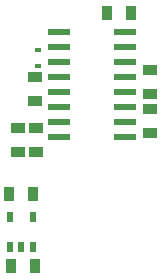
<source format=gbp>
G04*
G04  File:            OPENGEIGER1.0.GBP, Mon Apr 22 08:53:58 2019*
G04  Source:          P-CAD 2004 PCB, Version 18.03.448, (C:\Users\Kent\Documents\customers\Medcom\OpenSource\OpenGeiger\OpenGeiger1.0.PCB)*
G04  Format:          Gerber Format (RS-274-D), ASCII*
G04*
G04  Format Options:  Absolute Positioning*
G04                   Leading-Zero Suppression*
G04                   Scale Factor 1:1*
G04                   NO Circular Interpolation*
G04                   Inch Units*
G04                   Numeric Format: 4.4 (XXXX.XXXX)*
G04                   G54 NOT Used for Aperture Change*
G04                   Apertures Embedded*
G04*
G04  File Options:    Offset = (0.0mil,0.0mil)*
G04                   Drill Symbol Size = 80.0mil*
G04                   No Pad/Via Holes*
G04*
G04  File Contents:   Pads*
G04                   No Vias*
G04                   No Designators*
G04                   No Types*
G04                   No Values*
G04                   No Drill Symbols*
G04                   Bot Paste*
G04*
%INOPENGEIGER1.0.GBP*%
%ICAS*%
%MOIN*%
G04*
G04  Aperture MACROs for general use --- invoked via D-code assignment *
G04*
G04  General MACRO for flashed round with rotation and/or offset hole *
%AMROTOFFROUND*
1,1,$1,0.0000,0.0000*
1,0,$2,$3,$4*%
G04*
G04  General MACRO for flashed oval (obround) with rotation and/or offset hole *
%AMROTOFFOVAL*
21,1,$1,$2,0.0000,0.0000,$3*
1,1,$4,$5,$6*
1,1,$4,0-$5,0-$6*
1,0,$7,$8,$9*%
G04*
G04  General MACRO for flashed oval (obround) with rotation and no hole *
%AMROTOVALNOHOLE*
21,1,$1,$2,0.0000,0.0000,$3*
1,1,$4,$5,$6*
1,1,$4,0-$5,0-$6*%
G04*
G04  General MACRO for flashed rectangle with rotation and/or offset hole *
%AMROTOFFRECT*
21,1,$1,$2,0.0000,0.0000,$3*
1,0,$4,$5,$6*%
G04*
G04  General MACRO for flashed rectangle with rotation and no hole *
%AMROTRECTNOHOLE*
21,1,$1,$2,0.0000,0.0000,$3*%
G04*
G04  General MACRO for flashed rounded-rectangle *
%AMROUNDRECT*
21,1,$1,$2-$4,0.0000,0.0000,$3*
21,1,$1-$4,$2,0.0000,0.0000,$3*
1,1,$4,$5,$6*
1,1,$4,$7,$8*
1,1,$4,0-$5,0-$6*
1,1,$4,0-$7,0-$8*
1,0,$9,$10,$11*%
G04*
G04  General MACRO for flashed rounded-rectangle with rotation and no hole *
%AMROUNDRECTNOHOLE*
21,1,$1,$2-$4,0.0000,0.0000,$3*
21,1,$1-$4,$2,0.0000,0.0000,$3*
1,1,$4,$5,$6*
1,1,$4,$7,$8*
1,1,$4,0-$5,0-$6*
1,1,$4,0-$7,0-$8*%
G04*
G04  General MACRO for flashed regular polygon *
%AMREGPOLY*
5,1,$1,0.0000,0.0000,$2,$3+$4*
1,0,$5,$6,$7*%
G04*
G04  General MACRO for flashed regular polygon with no hole *
%AMREGPOLYNOHOLE*
5,1,$1,0.0000,0.0000,$2,$3+$4*%
G04*
G04  General MACRO for target *
%AMTARGET*
6,0,0,$1,$2,$3,4,$4,$5,$6*%
G04*
G04  General MACRO for mounting hole *
%AMMTHOLE*
1,1,$1,0,0*
1,0,$2,0,0*
$1=$1-$2*
$1=$1/2*
21,1,$2+$1,$3,0,0,$4*
21,1,$3,$2+$1,0,0,$4*%
G04*
G04*
G04  D10 : "Ellipse X8.0mil Y8.0mil H0.0mil 0.0deg (0.0mil,0.0mil) Draw"*
G04  Disc: OuterDia=0.0080*
%ADD10C, 0.0080*%
G04  D11 : "Ellipse X10.0mil Y10.0mil H0.0mil 0.0deg (0.0mil,0.0mil) Draw"*
G04  Disc: OuterDia=0.0100*
%ADD11C, 0.0100*%
G04  D12 : "Ellipse X12.0mil Y12.0mil H0.0mil 0.0deg (0.0mil,0.0mil) Draw"*
G04  Disc: OuterDia=0.0120*
%ADD12C, 0.0120*%
G04  D13 : "Ellipse X15.0mil Y15.0mil H0.0mil 0.0deg (0.0mil,0.0mil) Draw"*
G04  Disc: OuterDia=0.0150*
%ADD13C, 0.0150*%
G04  D14 : "Ellipse X16.0mil Y16.0mil H0.0mil 0.0deg (0.0mil,0.0mil) Draw"*
G04  Disc: OuterDia=0.0160*
%ADD14C, 0.0160*%
G04  D15 : "Ellipse X2.0mil Y2.0mil H0.0mil 0.0deg (0.0mil,0.0mil) Draw"*
G04  Disc: OuterDia=0.0020*
%ADD15C, 0.0020*%
G04  D16 : "Ellipse X2.0mil Y2.0mil H0.0mil 0.0deg (0.0mil,0.0mil) Draw"*
G04  Disc: OuterDia=0.0020*
%ADD16C, 0.0020*%
G04  D17 : "Ellipse X20.0mil Y20.0mil H0.0mil 0.0deg (0.0mil,0.0mil) Draw"*
G04  Disc: OuterDia=0.0200*
%ADD17C, 0.0200*%
G04  D18 : "Ellipse X25.0mil Y25.0mil H0.0mil 0.0deg (0.0mil,0.0mil) Draw"*
G04  Disc: OuterDia=0.0250*
%ADD18C, 0.0250*%
G04  D19 : "Ellipse X3.9mil Y3.9mil H0.0mil 0.0deg (0.0mil,0.0mil) Draw"*
G04  Disc: OuterDia=0.0039*
%ADD19C, 0.0039*%
G04  D20 : "Ellipse X4.0mil Y4.0mil H0.0mil 0.0deg (0.0mil,0.0mil) Draw"*
G04  Disc: OuterDia=0.0040*
%ADD20C, 0.0040*%
G04  D21 : "Ellipse X5.0mil Y5.0mil H0.0mil 0.0deg (0.0mil,0.0mil) Draw"*
G04  Disc: OuterDia=0.0050*
%ADD21C, 0.0050*%
G04  D22 : "Ellipse X50.0mil Y50.0mil H0.0mil 0.0deg (0.0mil,0.0mil) Draw"*
G04  Disc: OuterDia=0.0500*
%ADD22C, 0.0500*%
G04  D23 : "Ellipse X6.0mil Y6.0mil H0.0mil 0.0deg (0.0mil,0.0mil) Draw"*
G04  Disc: OuterDia=0.0060*
%ADD23C, 0.0060*%
G04  D24 : "Ellipse X6.0mil Y6.0mil H0.0mil 0.0deg (0.0mil,0.0mil) Draw"*
G04  Disc: OuterDia=0.0060*
%ADD24C, 0.0060*%
G04  D25 : "Ellipse X7.0mil Y7.0mil H0.0mil 0.0deg (0.0mil,0.0mil) Draw"*
G04  Disc: OuterDia=0.0070*
%ADD25C, 0.0070*%
G04  D26 : "Ellipse X204.0mil Y204.0mil H0.0mil 0.0deg (0.0mil,0.0mil) Flash"*
G04  Disc: OuterDia=0.2040*
%ADD26C, 0.2040*%
G04  D27 : "Ellipse X40.0mil Y40.0mil H0.0mil 0.0deg (0.0mil,0.0mil) Flash"*
G04  Disc: OuterDia=0.0400*
%ADD27C, 0.0400*%
G04  D28 : "Ellipse X44.0mil Y44.0mil H0.0mil 0.0deg (0.0mil,0.0mil) Flash"*
G04  Disc: OuterDia=0.0440*
%ADD28C, 0.0440*%
G04  D29 : "Ellipse X60.0mil Y60.0mil H0.0mil 0.0deg (0.0mil,0.0mil) Flash"*
G04  Disc: OuterDia=0.0600*
%ADD29C, 0.0600*%
G04  D30 : "Ellipse X64.0mil Y64.0mil H0.0mil 0.0deg (0.0mil,0.0mil) Flash"*
G04  Disc: OuterDia=0.0640*
%ADD30C, 0.0640*%
G04  D31 : "Ellipse X70.0mil Y70.0mil H0.0mil 0.0deg (0.0mil,0.0mil) Flash"*
G04  Disc: OuterDia=0.0700*
%ADD31C, 0.0700*%
G04  D32 : "Ellipse X74.0mil Y74.0mil H0.0mil 0.0deg (0.0mil,0.0mil) Flash"*
G04  Disc: OuterDia=0.0740*
%ADD32C, 0.0740*%
G04  D33 : "Ellipse X80.0mil Y80.0mil H0.0mil 0.0deg (0.0mil,0.0mil) Flash"*
G04  Disc: OuterDia=0.0800*
%ADD33C, 0.0800*%
G04  D34 : "Ellipse X84.0mil Y84.0mil H0.0mil 0.0deg (0.0mil,0.0mil) Flash"*
G04  Disc: OuterDia=0.0840*
%ADD34C, 0.0840*%
G04  D35 : "Mounting Hole X200.0mil Y200.0mil H0.0mil 0.0deg (0.0mil,0.0mil) Flash"*
G04  Mounting Hole: Diameter=0.2000, Rotation=0.0, LineWidth=0.0050 *
%ADD35MTHOLE, 0.2000 X0.1800 X0.0050 X0.0*%
G04  D36 : "Oval X75.0mil Y45.0mil H0.0mil 0.0deg (0.0mil,0.0mil) Flash"*
G04  Obround: DimX=0.0750, DimY=0.0450, Rotation=0.0, OffsetX=0.0000, OffsetY=0.0000, HoleDia=0.0000 *
%ADD36O, 0.0750 X0.0450*%
G04  D37 : "Oval X30.0mil Y56.0mil H0.0mil 0.0deg (0.0mil,0.0mil) Flash"*
G04  Obround: DimX=0.0300, DimY=0.0560, Rotation=0.0, OffsetX=0.0000, OffsetY=0.0000, HoleDia=0.0000 *
%ADD37O, 0.0300 X0.0560*%
G04  D38 : "Oval X30.0mil Y86.0mil H0.0mil 0.0deg (0.0mil,0.0mil) Flash"*
G04  Obround: DimX=0.0300, DimY=0.0860, Rotation=0.0, OffsetX=0.0000, OffsetY=0.0000, HoleDia=0.0000 *
%ADD38O, 0.0300 X0.0860*%
G04  D39 : "Rounded Rectangle X82.0mil Y106.0mil H0.0mil 0.0deg (0.0mil,0.0mil) Flash"*
G04  RoundRct: DimX=0.0820, DimY=0.1060, CornerRad=0.0205, Rotation=0.0, OffsetX=0.0000, OffsetY=0.0000, HoleDia=0.0000 *
%ADD39ROUNDRECTNOHOLE, 0.0820 X0.1060 X0.0 X0.0410 X-0.0205 X-0.0325 X-0.0205 X0.0325*%
G04  D40 : "Rounded Rectangle X86.0mil Y110.0mil H0.0mil 0.0deg (0.0mil,0.0mil) Flash"*
G04  RoundRct: DimX=0.0860, DimY=0.1100, CornerRad=0.0215, Rotation=0.0, OffsetX=0.0000, OffsetY=0.0000, HoleDia=0.0000 *
%ADD40ROUNDRECTNOHOLE, 0.0860 X0.1100 X0.0 X0.0430 X-0.0215 X-0.0335 X-0.0215 X0.0335*%
G04  D41 : "Rounded Rectangle X90.0mil Y114.0mil H0.0mil 0.0deg (0.0mil,0.0mil) Flash"*
G04  RoundRct: DimX=0.0900, DimY=0.1140, CornerRad=0.0225, Rotation=0.0, OffsetX=0.0000, OffsetY=0.0000, HoleDia=0.0000 *
%ADD41ROUNDRECTNOHOLE, 0.0900 X0.1140 X0.0 X0.0450 X-0.0225 X-0.0345 X-0.0225 X0.0345*%
G04  D42 : "Rounded Rectangle X35.8mil Y35.8mil H0.0mil 0.0deg (0.0mil,0.0mil) Flash"*
G04  RoundRct: DimX=0.0358, DimY=0.0358, CornerRad=0.0089, Rotation=0.0, OffsetX=0.0000, OffsetY=0.0000, HoleDia=0.0000 *
%ADD42ROUNDRECTNOHOLE, 0.0358 X0.0358 X0.0 X0.0179 X-0.0089 X-0.0089 X-0.0089 X0.0089*%
G04  D43 : "Rounded Rectangle X39.8mil Y39.8mil H0.0mil 0.0deg (0.0mil,0.0mil) Flash"*
G04  RoundRct: DimX=0.0398, DimY=0.0398, CornerRad=0.0099, Rotation=0.0, OffsetX=0.0000, OffsetY=0.0000, HoleDia=0.0000 *
%ADD43ROUNDRECTNOHOLE, 0.0398 X0.0398 X0.0 X0.0199 X-0.0099 X-0.0099 X-0.0099 X0.0099*%
G04  D44 : "Rounded Rectangle X43.8mil Y43.8mil H0.0mil 0.0deg (0.0mil,0.0mil) Flash"*
G04  RoundRct: DimX=0.0438, DimY=0.0438, CornerRad=0.0109, Rotation=0.0, OffsetX=0.0000, OffsetY=0.0000, HoleDia=0.0000 *
%ADD44ROUNDRECTNOHOLE, 0.0438 X0.0438 X0.0 X0.0219 X-0.0109 X-0.0109 X-0.0109 X0.0109*%
G04  D45 : "Rounded Rectangle X56.0mil Y36.0mil H0.0mil 0.0deg (0.0mil,0.0mil) Flash"*
G04  RoundRct: DimX=0.0560, DimY=0.0360, CornerRad=0.0090, Rotation=0.0, OffsetX=0.0000, OffsetY=0.0000, HoleDia=0.0000 *
%ADD45ROUNDRECTNOHOLE, 0.0560 X0.0360 X0.0 X0.0180 X-0.0190 X-0.0090 X-0.0190 X0.0090*%
G04  D46 : "Rounded Rectangle X56.0mil Y44.0mil H0.0mil 0.0deg (0.0mil,0.0mil) Flash"*
G04  RoundRct: DimX=0.0560, DimY=0.0440, CornerRad=0.0110, Rotation=0.0, OffsetX=0.0000, OffsetY=0.0000, HoleDia=0.0000 *
%ADD46ROUNDRECTNOHOLE, 0.0560 X0.0440 X0.0 X0.0220 X-0.0170 X-0.0110 X-0.0170 X0.0110*%
G04  D47 : "Rounded Rectangle X60.0mil Y40.0mil H0.0mil 0.0deg (0.0mil,0.0mil) Flash"*
G04  RoundRct: DimX=0.0600, DimY=0.0400, CornerRad=0.0100, Rotation=0.0, OffsetX=0.0000, OffsetY=0.0000, HoleDia=0.0000 *
%ADD47ROUNDRECTNOHOLE, 0.0600 X0.0400 X0.0 X0.0200 X-0.0200 X-0.0100 X-0.0200 X0.0100*%
G04  D48 : "Rounded Rectangle X40.0mil Y60.0mil H0.0mil 0.0deg (0.0mil,0.0mil) Flash"*
G04  RoundRct: DimX=0.0400, DimY=0.0600, CornerRad=0.0100, Rotation=0.0, OffsetX=0.0000, OffsetY=0.0000, HoleDia=0.0000 *
%ADD48ROUNDRECTNOHOLE, 0.0400 X0.0600 X0.0 X0.0200 X-0.0100 X-0.0200 X-0.0100 X0.0200*%
G04  D49 : "Rounded Rectangle X60.0mil Y48.0mil H0.0mil 0.0deg (0.0mil,0.0mil) Flash"*
G04  RoundRct: DimX=0.0600, DimY=0.0480, CornerRad=0.0120, Rotation=0.0, OffsetX=0.0000, OffsetY=0.0000, HoleDia=0.0000 *
%ADD49ROUNDRECTNOHOLE, 0.0600 X0.0480 X0.0 X0.0240 X-0.0180 X-0.0120 X-0.0180 X0.0120*%
G04  D50 : "Rounded Rectangle X64.0mil Y44.0mil H0.0mil 0.0deg (0.0mil,0.0mil) Flash"*
G04  RoundRct: DimX=0.0640, DimY=0.0440, CornerRad=0.0110, Rotation=0.0, OffsetX=0.0000, OffsetY=0.0000, HoleDia=0.0000 *
%ADD50ROUNDRECTNOHOLE, 0.0640 X0.0440 X0.0 X0.0220 X-0.0210 X-0.0110 X-0.0210 X0.0110*%
G04  D51 : "Rounded Rectangle X44.0mil Y64.0mil H0.0mil 0.0deg (0.0mil,0.0mil) Flash"*
G04  RoundRct: DimX=0.0440, DimY=0.0640, CornerRad=0.0110, Rotation=0.0, OffsetX=0.0000, OffsetY=0.0000, HoleDia=0.0000 *
%ADD51ROUNDRECTNOHOLE, 0.0440 X0.0640 X0.0 X0.0220 X-0.0110 X-0.0210 X-0.0110 X0.0210*%
G04  D52 : "Rounded Rectangle X64.0mil Y52.0mil H0.0mil 0.0deg (0.0mil,0.0mil) Flash"*
G04  RoundRct: DimX=0.0640, DimY=0.0520, CornerRad=0.0130, Rotation=0.0, OffsetX=0.0000, OffsetY=0.0000, HoleDia=0.0000 *
%ADD52ROUNDRECTNOHOLE, 0.0640 X0.0520 X0.0 X0.0260 X-0.0190 X-0.0130 X-0.0190 X0.0130*%
G04  D53 : "Rectangle X82.0mil Y106.0mil H0.0mil 0.0deg (0.0mil,0.0mil) Flash"*
G04  Rectangular: DimX=0.0820, DimY=0.1060, Rotation=0.0, OffsetX=0.0000, OffsetY=0.0000, HoleDia=0.0000 *
%ADD53R, 0.0820 X0.1060*%
G04  D54 : "Rectangle X86.0mil Y110.0mil H0.0mil 0.0deg (0.0mil,0.0mil) Flash"*
G04  Rectangular: DimX=0.0860, DimY=0.1100, Rotation=0.0, OffsetX=0.0000, OffsetY=0.0000, HoleDia=0.0000 *
%ADD54R, 0.0860 X0.1100*%
G04  D55 : "Rectangle X90.0mil Y114.0mil H0.0mil 0.0deg (0.0mil,0.0mil) Flash"*
G04  Rectangular: DimX=0.0900, DimY=0.1140, Rotation=0.0, OffsetX=0.0000, OffsetY=0.0000, HoleDia=0.0000 *
%ADD55R, 0.0900 X0.1140*%
G04  D56 : "Rectangle X15.7mil Y19.6mil H0.0mil 0.0deg (0.0mil,0.0mil) Flash"*
G04  Rectangular: DimX=0.0157, DimY=0.0196, Rotation=0.0, OffsetX=0.0000, OffsetY=0.0000, HoleDia=0.0000 *
%ADD56R, 0.0157 X0.0196*%
G04  D57 : "Rectangle X19.6mil Y15.7mil H0.0mil 0.0deg (0.0mil,0.0mil) Flash"*
G04  Rectangular: DimX=0.0196, DimY=0.0157, Rotation=0.0, OffsetX=0.0000, OffsetY=0.0000, HoleDia=0.0000 *
%ADD57R, 0.0196 X0.0157*%
G04  D58 : "Rectangle X19.7mil Y23.6mil H0.0mil 0.0deg (0.0mil,0.0mil) Flash"*
G04  Rectangular: DimX=0.0197, DimY=0.0236, Rotation=0.0, OffsetX=0.0000, OffsetY=0.0000, HoleDia=0.0000 *
%ADD58R, 0.0197 X0.0236*%
G04  D59 : "Rectangle X23.6mil Y19.7mil H0.0mil 0.0deg (0.0mil,0.0mil) Flash"*
G04  Rectangular: DimX=0.0236, DimY=0.0197, Rotation=0.0, OffsetX=0.0000, OffsetY=0.0000, HoleDia=0.0000 *
%ADD59R, 0.0236 X0.0197*%
G04  D60 : "Rectangle X23.7mil Y27.6mil H0.0mil 0.0deg (0.0mil,0.0mil) Flash"*
G04  Rectangular: DimX=0.0237, DimY=0.0276, Rotation=0.0, OffsetX=0.0000, OffsetY=0.0000, HoleDia=0.0000 *
%ADD60R, 0.0237 X0.0276*%
G04  D61 : "Rectangle X27.6mil Y23.7mil H0.0mil 0.0deg (0.0mil,0.0mil) Flash"*
G04  Rectangular: DimX=0.0276, DimY=0.0237, Rotation=0.0, OffsetX=0.0000, OffsetY=0.0000, HoleDia=0.0000 *
%ADD61R, 0.0276 X0.0237*%
G04  D62 : "Rectangle X28.0mil Y36.0mil H0.0mil 0.0deg (0.0mil,0.0mil) Flash"*
G04  Rectangular: DimX=0.0280, DimY=0.0360, Rotation=0.0, OffsetX=0.0000, OffsetY=0.0000, HoleDia=0.0000 *
%ADD62R, 0.0280 X0.0360*%
G04  D63 : "Rectangle X36.0mil Y28.0mil H0.0mil 0.0deg (0.0mil,0.0mil) Flash"*
G04  Rectangular: DimX=0.0360, DimY=0.0280, Rotation=0.0, OffsetX=0.0000, OffsetY=0.0000, HoleDia=0.0000 *
%ADD63R, 0.0360 X0.0280*%
G04  D64 : "Rectangle X24.0mil Y32.0mil H0.0mil 0.0deg (0.0mil,0.0mil) Flash"*
G04  Rectangular: DimX=0.0240, DimY=0.0320, Rotation=0.0, OffsetX=0.0000, OffsetY=0.0000, HoleDia=0.0000 *
%ADD64R, 0.0240 X0.0320*%
G04  D65 : "Rectangle X32.0mil Y40.0mil H0.0mil 0.0deg (0.0mil,0.0mil) Flash"*
G04  Rectangular: DimX=0.0320, DimY=0.0400, Rotation=0.0, OffsetX=0.0000, OffsetY=0.0000, HoleDia=0.0000 *
%ADD65R, 0.0320 X0.0400*%
G04  D66 : "Rectangle X40.0mil Y32.0mil H0.0mil 0.0deg (0.0mil,0.0mil) Flash"*
G04  Rectangular: DimX=0.0400, DimY=0.0320, Rotation=0.0, OffsetX=0.0000, OffsetY=0.0000, HoleDia=0.0000 *
%ADD66R, 0.0400 X0.0320*%
G04  D67 : "Rectangle X36.0mil Y44.0mil H0.0mil 0.0deg (0.0mil,0.0mil) Flash"*
G04  Rectangular: DimX=0.0360, DimY=0.0440, Rotation=0.0, OffsetX=0.0000, OffsetY=0.0000, HoleDia=0.0000 *
%ADD67R, 0.0360 X0.0440*%
G04  D68 : "Rectangle X44.0mil Y36.0mil H0.0mil 0.0deg (0.0mil,0.0mil) Flash"*
G04  Rectangular: DimX=0.0440, DimY=0.0360, Rotation=0.0, OffsetX=0.0000, OffsetY=0.0000, HoleDia=0.0000 *
%ADD68R, 0.0440 X0.0360*%
G04  D69 : "Rectangle X46.0mil Y36.0mil H0.0mil 0.0deg (0.0mil,0.0mil) Flash"*
G04  Rectangular: DimX=0.0460, DimY=0.0360, Rotation=0.0, OffsetX=0.0000, OffsetY=0.0000, HoleDia=0.0000 *
%ADD69R, 0.0460 X0.0360*%
G04  D70 : "Rectangle X36.0mil Y46.0mil H0.0mil 0.0deg (0.0mil,0.0mil) Flash"*
G04  Rectangular: DimX=0.0360, DimY=0.0460, Rotation=0.0, OffsetX=0.0000, OffsetY=0.0000, HoleDia=0.0000 *
%ADD70R, 0.0360 X0.0460*%
G04  D71 : "Rectangle X50.0mil Y40.0mil H0.0mil 0.0deg (0.0mil,0.0mil) Flash"*
G04  Rectangular: DimX=0.0500, DimY=0.0400, Rotation=0.0, OffsetX=0.0000, OffsetY=0.0000, HoleDia=0.0000 *
%ADD71R, 0.0500 X0.0400*%
G04  D72 : "Rectangle X40.0mil Y50.0mil H0.0mil 0.0deg (0.0mil,0.0mil) Flash"*
G04  Rectangular: DimX=0.0400, DimY=0.0500, Rotation=0.0, OffsetX=0.0000, OffsetY=0.0000, HoleDia=0.0000 *
%ADD72R, 0.0400 X0.0500*%
G04  D73 : "Rectangle X54.0mil Y44.0mil H0.0mil 0.0deg (0.0mil,0.0mil) Flash"*
G04  Rectangular: DimX=0.0540, DimY=0.0440, Rotation=0.0, OffsetX=0.0000, OffsetY=0.0000, HoleDia=0.0000 *
%ADD73R, 0.0540 X0.0440*%
G04  D74 : "Rectangle X44.0mil Y54.0mil H0.0mil 0.0deg (0.0mil,0.0mil) Flash"*
G04  Rectangular: DimX=0.0440, DimY=0.0540, Rotation=0.0, OffsetX=0.0000, OffsetY=0.0000, HoleDia=0.0000 *
%ADD74R, 0.0440 X0.0540*%
G04  D75 : "Rectangle X56.0mil Y44.0mil H0.0mil 0.0deg (0.0mil,0.0mil) Flash"*
G04  Rectangular: DimX=0.0560, DimY=0.0440, Rotation=0.0, OffsetX=0.0000, OffsetY=0.0000, HoleDia=0.0000 *
%ADD75R, 0.0560 X0.0440*%
G04  D76 : "Rectangle X40.0mil Y60.0mil H0.0mil 0.0deg (0.0mil,0.0mil) Flash"*
G04  Rectangular: DimX=0.0400, DimY=0.0600, Rotation=0.0, OffsetX=0.0000, OffsetY=0.0000, HoleDia=0.0000 *
%ADD76R, 0.0400 X0.0600*%
G04  D77 : "Rectangle X60.0mil Y48.0mil H0.0mil 0.0deg (0.0mil,0.0mil) Flash"*
G04  Rectangular: DimX=0.0600, DimY=0.0480, Rotation=0.0, OffsetX=0.0000, OffsetY=0.0000, HoleDia=0.0000 *
%ADD77R, 0.0600 X0.0480*%
G04  D78 : "Rectangle X96.0mil Y61.0mil H0.0mil 0.0deg (0.0mil,0.0mil) Flash"*
G04  Rectangular: DimX=0.0960, DimY=0.0610, Rotation=0.0, OffsetX=0.0000, OffsetY=0.0000, HoleDia=0.0000 *
%ADD78R, 0.0960 X0.0610*%
G04  D79 : "Rectangle X44.0mil Y64.0mil H0.0mil 0.0deg (0.0mil,0.0mil) Flash"*
G04  Rectangular: DimX=0.0440, DimY=0.0640, Rotation=0.0, OffsetX=0.0000, OffsetY=0.0000, HoleDia=0.0000 *
%ADD79R, 0.0440 X0.0640*%
G04  D80 : "Rectangle X64.0mil Y52.0mil H0.0mil 0.0deg (0.0mil,0.0mil) Flash"*
G04  Rectangular: DimX=0.0640, DimY=0.0520, Rotation=0.0, OffsetX=0.0000, OffsetY=0.0000, HoleDia=0.0000 *
%ADD80R, 0.0640 X0.0520*%
G04  D81 : "Rectangle X100.0mil Y65.0mil H0.0mil 0.0deg (0.0mil,0.0mil) Flash"*
G04  Rectangular: DimX=0.1000, DimY=0.0650, Rotation=0.0, OffsetX=0.0000, OffsetY=0.0000, HoleDia=0.0000 *
%ADD81R, 0.1000 X0.0650*%
G04  D82 : "Rectangle X104.0mil Y69.0mil H0.0mil 0.0deg (0.0mil,0.0mil) Flash"*
G04  Rectangular: DimX=0.1040, DimY=0.0690, Rotation=0.0, OffsetX=0.0000, OffsetY=0.0000, HoleDia=0.0000 *
%ADD82R, 0.1040 X0.0690*%
G04  D83 : "Rectangle X70.0mil Y70.0mil H0.0mil 0.0deg (0.0mil,0.0mil) Flash"*
G04  Square: Side=0.0700, Rotation=0.0, OffsetX=0.0000, OffsetY=0.0000, HoleDia=0.0000*
%ADD83R, 0.0700 X0.0700*%
G04  D84 : "Rectangle X74.0mil Y74.0mil H0.0mil 0.0deg (0.0mil,0.0mil) Flash"*
G04  Square: Side=0.0740, Rotation=0.0, OffsetX=0.0000, OffsetY=0.0000, HoleDia=0.0000*
%ADD84R, 0.0740 X0.0740*%
G04  D85 : "Rectangle X76.0mil Y22.0mil H0.0mil 0.0deg (0.0mil,0.0mil) Flash"*
G04  Rectangular: DimX=0.0760, DimY=0.0220, Rotation=0.0, OffsetX=0.0000, OffsetY=0.0000, HoleDia=0.0000 *
%ADD85R, 0.0760 X0.0220*%
G04  D86 : "Rectangle X80.0mil Y26.0mil H0.0mil 0.0deg (0.0mil,0.0mil) Flash"*
G04  Rectangular: DimX=0.0800, DimY=0.0260, Rotation=0.0, OffsetX=0.0000, OffsetY=0.0000, HoleDia=0.0000 *
%ADD86R, 0.0800 X0.0260*%
G04  D87 : "Rectangle X84.0mil Y30.0mil H0.0mil 0.0deg (0.0mil,0.0mil) Flash"*
G04  Rectangular: DimX=0.0840, DimY=0.0300, Rotation=0.0, OffsetX=0.0000, OffsetY=0.0000, HoleDia=0.0000 *
%ADD87R, 0.0840 X0.0300*%
G04  D88 : "Rectangle X40.0mil Y90.0mil H0.0mil 0.0deg (0.0mil,0.0mil) Flash"*
G04  Rectangular: DimX=0.0400, DimY=0.0900, Rotation=0.0, OffsetX=0.0000, OffsetY=0.0000, HoleDia=0.0000 *
%ADD88R, 0.0400 X0.0900*%
G04  D89 : "Rectangle X80.0mil Y90.0mil H0.0mil 0.0deg (0.0mil,0.0mil) Flash"*
G04  Rectangular: DimX=0.0800, DimY=0.0900, Rotation=0.0, OffsetX=0.0000, OffsetY=0.0000, HoleDia=0.0000 *
%ADD89R, 0.0800 X0.0900*%
G04  D90 : "Rectangle X44.0mil Y94.0mil H0.0mil 0.0deg (0.0mil,0.0mil) Flash"*
G04  Rectangular: DimX=0.0440, DimY=0.0940, Rotation=0.0, OffsetX=0.0000, OffsetY=0.0000, HoleDia=0.0000 *
%ADD90R, 0.0440 X0.0940*%
G04  D91 : "Rectangle X84.0mil Y94.0mil H0.0mil 0.0deg (0.0mil,0.0mil) Flash"*
G04  Rectangular: DimX=0.0840, DimY=0.0940, Rotation=0.0, OffsetX=0.0000, OffsetY=0.0000, HoleDia=0.0000 *
%ADD91R, 0.0840 X0.0940*%
G04  D92 : "Ellipse X30.0mil Y30.0mil H0.0mil 0.0deg (0.0mil,0.0mil) Flash"*
G04  Disc: OuterDia=0.0300*
%ADD92C, 0.0300*%
G04  D93 : "Ellipse X34.0mil Y34.0mil H0.0mil 0.0deg (0.0mil,0.0mil) Flash"*
G04  Disc: OuterDia=0.0340*
%ADD93C, 0.0340*%
G04*
%FSLAX44Y44*%
%SFA1B1*%
%OFA0.0000B0.0000*%
G04*
G70*
G90*
G01*
D2*
%LNBot Paste*%
D70*
X19850Y20250D3*
X19050D3*
D64*
X19830Y18500D3*
X19070Y19500D3*
X19830D3*
X19450Y18500D3*
X19070D3*
D57*
X20000Y25075D3*
Y24524D3*
D70*
X23100Y26300D3*
X22300D3*
D69*
X19350Y21650D3*
Y22450D3*
X19900Y24150D3*
Y23350D3*
X19950Y22450D3*
Y21650D3*
D70*
X19900Y17850D3*
X19100D3*
D69*
X23750Y23100D3*
Y22300D3*
Y23600D3*
Y24400D3*
D85*
X20700Y24650D3*
Y25150D3*
Y25650D3*
Y22150D3*
Y22650D3*
Y23150D3*
Y23650D3*
X22900Y24650D3*
Y25150D3*
Y25650D3*
Y22150D3*
Y22650D3*
Y23150D3*
Y23650D3*
X20700Y24150D3*
X22900D3*
D02M02*

</source>
